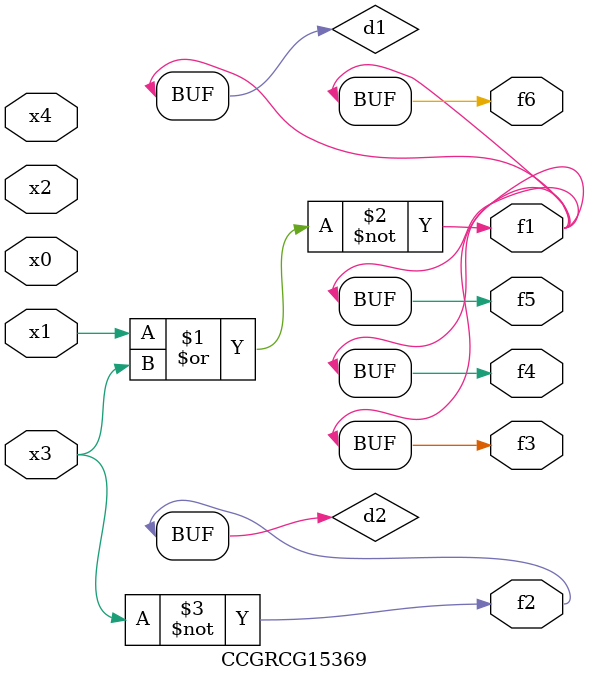
<source format=v>
module CCGRCG15369(
	input x0, x1, x2, x3, x4,
	output f1, f2, f3, f4, f5, f6
);

	wire d1, d2;

	nor (d1, x1, x3);
	not (d2, x3);
	assign f1 = d1;
	assign f2 = d2;
	assign f3 = d1;
	assign f4 = d1;
	assign f5 = d1;
	assign f6 = d1;
endmodule

</source>
